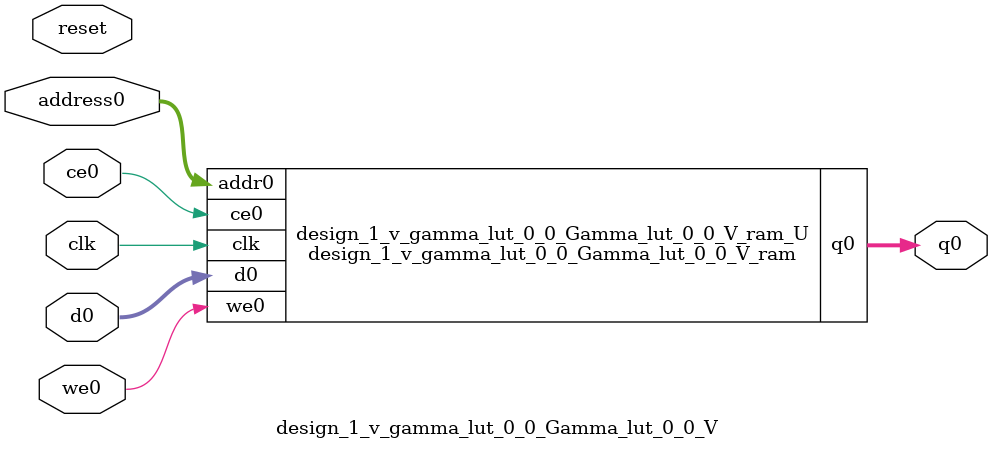
<source format=v>
`timescale 1 ns / 1 ps
module design_1_v_gamma_lut_0_0_Gamma_lut_0_0_V_ram (addr0, ce0, d0, we0, q0,  clk);

parameter DWIDTH = 8;
parameter AWIDTH = 8;
parameter MEM_SIZE = 256;

input[AWIDTH-1:0] addr0;
input ce0;
input[DWIDTH-1:0] d0;
input we0;
output reg[DWIDTH-1:0] q0;
input clk;

(* ram_style = "block" *)reg [DWIDTH-1:0] ram[0:MEM_SIZE-1];




always @(posedge clk)  
begin 
    if (ce0) begin
        if (we0) 
            ram[addr0] <= d0; 
        q0 <= ram[addr0];
    end
end


endmodule

`timescale 1 ns / 1 ps
module design_1_v_gamma_lut_0_0_Gamma_lut_0_0_V(
    reset,
    clk,
    address0,
    ce0,
    we0,
    d0,
    q0);

parameter DataWidth = 32'd8;
parameter AddressRange = 32'd256;
parameter AddressWidth = 32'd8;
input reset;
input clk;
input[AddressWidth - 1:0] address0;
input ce0;
input we0;
input[DataWidth - 1:0] d0;
output[DataWidth - 1:0] q0;



design_1_v_gamma_lut_0_0_Gamma_lut_0_0_V_ram design_1_v_gamma_lut_0_0_Gamma_lut_0_0_V_ram_U(
    .clk( clk ),
    .addr0( address0 ),
    .ce0( ce0 ),
    .we0( we0 ),
    .d0( d0 ),
    .q0( q0 ));

endmodule


</source>
